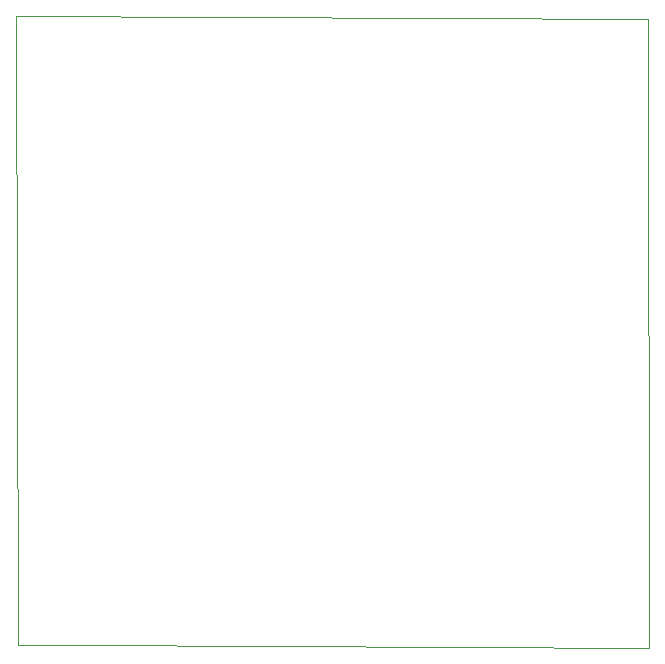
<source format=gbr>
G04 #@! TF.GenerationSoftware,KiCad,Pcbnew,(5.1.2)-1*
G04 #@! TF.CreationDate,2019-06-07T20:02:52-04:00*
G04 #@! TF.ProjectId,mini2_2,6d696e69-325f-4322-9e6b-696361645f70,rev?*
G04 #@! TF.SameCoordinates,Original*
G04 #@! TF.FileFunction,Profile,NP*
%FSLAX46Y46*%
G04 Gerber Fmt 4.6, Leading zero omitted, Abs format (unit mm)*
G04 Created by KiCad (PCBNEW (5.1.2)-1) date 2019-06-07 20:02:52*
%MOMM*%
%LPD*%
G04 APERTURE LIST*
%ADD10C,0.100000*%
G04 APERTURE END LIST*
D10*
X46024800Y-136855200D02*
X93982540Y-137068560D01*
X40518080Y-136855200D02*
X46024800Y-136855200D01*
X40411400Y-83601560D02*
X40518080Y-136855200D01*
X93878400Y-83814920D02*
X40411400Y-83601560D01*
X93982540Y-137068560D02*
X93878400Y-83814920D01*
M02*

</source>
